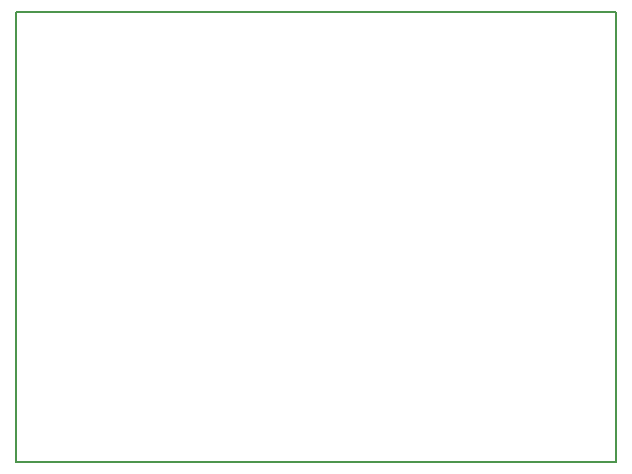
<source format=gbr>
G04 #@! TF.GenerationSoftware,KiCad,Pcbnew,5.0.0+dfsg1-2*
G04 #@! TF.CreationDate,2019-11-12T11:48:30+01:00*
G04 #@! TF.ProjectId,project1,70726F6A656374312E6B696361645F70,rev?*
G04 #@! TF.SameCoordinates,Original*
G04 #@! TF.FileFunction,Profile,NP*
%FSLAX46Y46*%
G04 Gerber Fmt 4.6, Leading zero omitted, Abs format (unit mm)*
G04 Created by KiCad (PCBNEW 5.0.0+dfsg1-2) date Tue Nov 12 11:48:30 2019*
%MOMM*%
%LPD*%
G01*
G04 APERTURE LIST*
%ADD10C,0.150000*%
G04 APERTURE END LIST*
D10*
X114300000Y-111760000D02*
X114300000Y-73660000D01*
X165100000Y-111760000D02*
X114300000Y-111760000D01*
X165100000Y-73660000D02*
X165100000Y-111760000D01*
X114300000Y-73660000D02*
X165100000Y-73660000D01*
M02*

</source>
